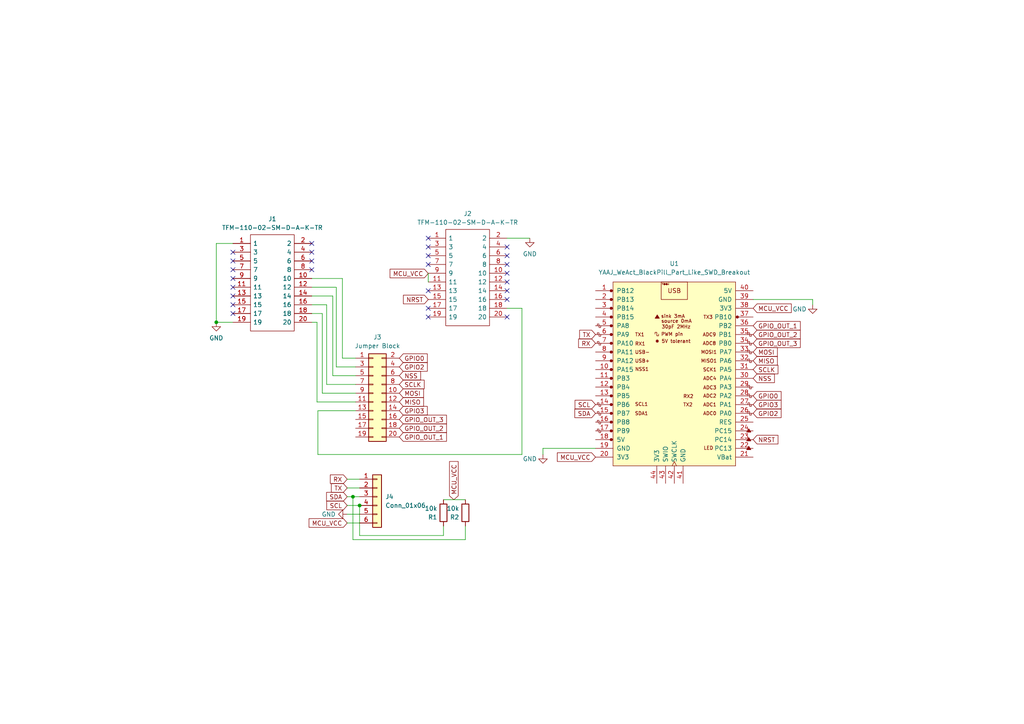
<source format=kicad_sch>
(kicad_sch (version 20211123) (generator eeschema)
  (paper "A4")
  (lib_symbols
    (symbol "Connector_Generic:Conn_01x06" (pin_names (offset 1.016) hide)
      (property "Reference" "J" (at 0 7.62 0))
      (property "Value" "Conn_01x06" (at 0 -10.16 0))
      (symbol "Conn_01x06_1_1"
        (rectangle (start -1.27 -7.493) (end 0 -7.747) (stroke (width 0.1524)))
        (rectangle (start -1.27 -4.953) (end 0 -5.207) (stroke (width 0.1524)))
        (rectangle (start -1.27 -2.413) (end 0 -2.667) (stroke (width 0.1524)))
        (rectangle (start -1.27 0.127) (end 0 -0.127) (stroke (width 0.1524)))
        (rectangle (start -1.27 2.667) (end 0 2.413) (stroke (width 0.1524)))
        (rectangle (start -1.27 5.207) (end 0 4.953) (stroke (width 0.1524)))
        (rectangle (start -1.27 6.35) (end 1.27 -8.89) (stroke (width 0.254)) (fill (type background)))
        (pin passive line (at -5.08 5.08 0) (length 3.81) (name "Pin_1") (number "1"))
        (pin passive line (at -5.08 2.54 0) (length 3.81) (name "Pin_2") (number "2"))
        (pin passive line (at -5.08 0 0) (length 3.81) (name "Pin_3") (number "3"))
        (pin passive line (at -5.08 -2.54 0) (length 3.81) (name "Pin_4") (number "4"))
        (pin passive line (at -5.08 -5.08 0) (length 3.81) (name "Pin_5") (number "5"))
        (pin passive line (at -5.08 -7.62 0) (length 3.81) (name "Pin_6") (number "6"))
      )
    )
    (symbol "Connector_Generic:Conn_02x10_Odd_Even" (pin_names (offset 1.016) hide)
      (property "Reference" "J" (at 1.27 12.7 0))
      (property "Value" "Conn_02x10_Odd_Even" (at 1.27 -15.24 0))
      (symbol "Conn_02x10_Odd_Even_1_1"
        (rectangle (start -1.27 -12.573) (end 0 -12.827) (stroke (width 0.1524)))
        (rectangle (start -1.27 -10.033) (end 0 -10.287) (stroke (width 0.1524)))
        (rectangle (start -1.27 -7.493) (end 0 -7.747) (stroke (width 0.1524)))
        (rectangle (start -1.27 -4.953) (end 0 -5.207) (stroke (width 0.1524)))
        (rectangle (start -1.27 -2.413) (end 0 -2.667) (stroke (width 0.1524)))
        (rectangle (start -1.27 0.127) (end 0 -0.127) (stroke (width 0.1524)))
        (rectangle (start -1.27 2.667) (end 0 2.413) (stroke (width 0.1524)))
        (rectangle (start -1.27 5.207) (end 0 4.953) (stroke (width 0.1524)))
        (rectangle (start -1.27 7.747) (end 0 7.493) (stroke (width 0.1524)))
        (rectangle (start -1.27 10.287) (end 0 10.033) (stroke (width 0.1524)))
        (rectangle (start -1.27 11.43) (end 3.81 -13.97) (stroke (width 0.254)) (fill (type background)))
        (rectangle (start 3.81 -12.573) (end 2.54 -12.827) (stroke (width 0.1524)))
        (rectangle (start 3.81 -10.033) (end 2.54 -10.287) (stroke (width 0.1524)))
        (rectangle (start 3.81 -7.493) (end 2.54 -7.747) (stroke (width 0.1524)))
        (rectangle (start 3.81 -4.953) (end 2.54 -5.207) (stroke (width 0.1524)))
        (rectangle (start 3.81 -2.413) (end 2.54 -2.667) (stroke (width 0.1524)))
        (rectangle (start 3.81 0.127) (end 2.54 -0.127) (stroke (width 0.1524)))
        (rectangle (start 3.81 2.667) (end 2.54 2.413) (stroke (width 0.1524)))
        (rectangle (start 3.81 5.207) (end 2.54 4.953) (stroke (width 0.1524)))
        (rectangle (start 3.81 7.747) (end 2.54 7.493) (stroke (width 0.1524)))
        (rectangle (start 3.81 10.287) (end 2.54 10.033) (stroke (width 0.1524)))
        (pin passive line (at -5.08 10.16 0) (length 3.81) (name "Pin_1") (number "1"))
        (pin passive line (at 7.62 0 180) (length 3.81) (name "Pin_10") (number "10"))
        (pin passive line (at -5.08 -2.54 0) (length 3.81) (name "Pin_11") (number "11"))
        (pin passive line (at 7.62 -2.54 180) (length 3.81) (name "Pin_12") (number "12"))
        (pin passive line (at -5.08 -5.08 0) (length 3.81) (name "Pin_13") (number "13"))
        (pin passive line (at 7.62 -5.08 180) (length 3.81) (name "Pin_14") (number "14"))
        (pin passive line (at -5.08 -7.62 0) (length 3.81) (name "Pin_15") (number "15"))
        (pin passive line (at 7.62 -7.62 180) (length 3.81) (name "Pin_16") (number "16"))
        (pin passive line (at -5.08 -10.16 0) (length 3.81) (name "Pin_17") (number "17"))
        (pin passive line (at 7.62 -10.16 180) (length 3.81) (name "Pin_18") (number "18"))
        (pin passive line (at -5.08 -12.7 0) (length 3.81) (name "Pin_19") (number "19"))
        (pin passive line (at 7.62 10.16 180) (length 3.81) (name "Pin_2") (number "2"))
        (pin passive line (at 7.62 -12.7 180) (length 3.81) (name "Pin_20") (number "20"))
        (pin passive line (at -5.08 7.62 0) (length 3.81) (name "Pin_3") (number "3"))
        (pin passive line (at 7.62 7.62 180) (length 3.81) (name "Pin_4") (number "4"))
        (pin passive line (at -5.08 5.08 0) (length 3.81) (name "Pin_5") (number "5"))
        (pin passive line (at 7.62 5.08 180) (length 3.81) (name "Pin_6") (number "6"))
        (pin passive line (at -5.08 2.54 0) (length 3.81) (name "Pin_7") (number "7"))
        (pin passive line (at 7.62 2.54 180) (length 3.81) (name "Pin_8") (number "8"))
        (pin passive line (at -5.08 0 0) (length 3.81) (name "Pin_9") (number "9"))
      )
    )
    (symbol "Device:R" (pin_numbers hide) (pin_names (offset 0))
      (property "Reference" "R" (at 2.032 0 90))
      (property "Value" "R" (at 0 0 90))
      (symbol "R_0_1"
        (rectangle (start -1.016 -2.54) (end 1.016 2.54) (stroke (width 0.254)))
      )
      (symbol "R_1_1"
        (pin passive line (at 0 3.81 270) (length 1.27) (name "~") (number "1"))
        (pin passive line (at 0 -3.81 90) (length 1.27) (name "~") (number "2"))
      )
    )
    (symbol "SamacSys_Parts:TFM-110-02-SM-D-A-K-TR" (pin_names (offset 0.762))
      (property "Reference" "J" (at 19.05 7.62 0))
      (property "Value" "TFM-110-02-SM-D-A-K-TR" (at 19.05 5.08 0))
      (symbol "TFM-110-02-SM-D-A-K-TR_0_0"
        (pin passive line (at 0 0 0) (length 5.08) (name "1") (number "1"))
        (pin passive line (at 22.86 -10.16 180) (length 5.08) (name "10") (number "10"))
        (pin passive line (at 0 -12.7 0) (length 5.08) (name "11") (number "11"))
        (pin passive line (at 22.86 -12.7 180) (length 5.08) (name "12") (number "12"))
        (pin passive line (at 0 -15.24 0) (length 5.08) (name "13") (number "13"))
        (pin passive line (at 22.86 -15.24 180) (length 5.08) (name "14") (number "14"))
        (pin passive line (at 0 -17.78 0) (length 5.08) (name "15") (number "15"))
        (pin passive line (at 22.86 -17.78 180) (length 5.08) (name "16") (number "16"))
        (pin passive line (at 0 -20.32 0) (length 5.08) (name "17") (number "17"))
        (pin passive line (at 22.86 -20.32 180) (length 5.08) (name "18") (number "18"))
        (pin passive line (at 0 -22.86 0) (length 5.08) (name "19") (number "19"))
        (pin passive line (at 22.86 0 180) (length 5.08) (name "2") (number "2"))
        (pin passive line (at 22.86 -22.86 180) (length 5.08) (name "20") (number "20"))
        (pin passive line (at 0 -2.54 0) (length 5.08) (name "3") (number "3"))
        (pin passive line (at 22.86 -2.54 180) (length 5.08) (name "4") (number "4"))
        (pin passive line (at 0 -5.08 0) (length 5.08) (name "5") (number "5"))
        (pin passive line (at 22.86 -5.08 180) (length 5.08) (name "6") (number "6"))
        (pin passive line (at 0 -7.62 0) (length 5.08) (name "7") (number "7"))
        (pin passive line (at 22.86 -7.62 180) (length 5.08) (name "8") (number "8"))
        (pin passive line (at 0 -10.16 0) (length 5.08) (name "9") (number "9"))
      )
      (symbol "TFM-110-02-SM-D-A-K-TR_0_1"
        (polyline (pts (xy 5.08 2.54) (xy 17.78 2.54) (xy 17.78 -25.4) (xy 5.08 -25.4) (xy 5.08 2.54)) (stroke (width 0.1524)))
      )
    )
    (symbol "YAAJ_WeAct_BlackPill_Part_Like_SWD_Breakout:YAAJ_WeAct_BlackPill_Part_Like_SWD_Breakout" (pin_names (offset 1.016))
      (property "Reference" "U" (at -17.526 27.94 0))
      (property "Value" "YAAJ_WeAct_BlackPill_Part_Like_SWD_Breakout" (at 9.144 27.94 0))
      (symbol "YAAJ_WeAct_BlackPill_Part_Like_SWD_Breakout_0_0"
        (circle (center -18.288 -20.32) (radius 0.3556) (fill (type outline)))
        (circle (center -18.288 -17.78) (radius 0.3556) (fill (type outline)))
        (circle (center -18.288 -15.24) (radius 0.3556) (fill (type outline)))
        (circle (center -18.288 -12.7) (radius 0.3556) (fill (type outline)))
        (circle (center -18.288 -10.16) (radius 0.3556) (fill (type outline)))
        (circle (center -18.288 -7.62) (radius 0.3556) (fill (type outline)))
        (circle (center -18.288 -5.08) (radius 0.3556) (fill (type outline)))
        (circle (center -18.288 -2.54) (radius 0.3556) (fill (type outline)))
        (circle (center -18.288 0) (radius 0.3556) (fill (type outline)))
        (circle (center -18.288 2.54) (radius 0.3556) (fill (type outline)))
        (circle (center -18.288 5.08) (radius 0.3556) (fill (type outline)))
        (circle (center -18.288 7.62) (radius 0.3556) (fill (type outline)))
        (circle (center -18.288 10.16) (radius 0.3556) (fill (type outline)))
        (circle (center -18.288 12.7) (radius 0.3556) (fill (type outline)))
        (circle (center -18.288 15.24) (radius 0.3556) (fill (type outline)))
        (circle (center -18.288 17.78) (radius 0.3556) (fill (type outline)))
        (circle (center -18.288 22.86) (radius 0.3556) (fill (type outline)))
        (circle (center -4.953 8.255) (radius 0.127) (fill (type outline)))
        (circle (center -4.953 8.255) (radius 0.254))
        (circle (center -4.953 8.255) (radius 0.3556))
        (polyline (pts (xy -5.588 14.859) (xy -4.953 15.875) (xy -4.318 14.859) (xy -5.588 14.859) (xy -4.953 15.748) (xy -4.445 14.859) (xy -5.461 14.986) (xy -4.953 15.621) (xy -4.572 14.859) (xy -5.334 15.113) (xy -4.826 15.494) (xy -4.699 14.859) (xy -5.207 15.24) (xy -4.699 15.367) (xy -4.826 14.986) (xy -5.08 15.24) (xy -4.826 15.113) (xy -4.953 15.367)))
        (polyline (pts (xy 20.955 -23.241) (xy 21.59 -22.225) (xy 22.225 -23.241) (xy 20.955 -23.241) (xy 21.59 -22.352) (xy 22.098 -23.241) (xy 21.082 -23.114) (xy 21.59 -22.479) (xy 21.971 -23.241) (xy 21.209 -22.987) (xy 21.717 -22.606) (xy 21.844 -23.241) (xy 21.336 -22.86) (xy 21.844 -22.733) (xy 21.717 -23.114) (xy 21.463 -22.86) (xy 21.717 -22.987) (xy 21.59 -22.733)))
        (polyline (pts (xy 20.955 -20.701) (xy 21.59 -19.685) (xy 22.225 -20.701) (xy 20.955 -20.701) (xy 21.59 -19.812) (xy 22.098 -20.701) (xy 21.082 -20.574) (xy 21.59 -19.939) (xy 21.971 -20.701) (xy 21.209 -20.447) (xy 21.717 -20.066) (xy 21.844 -20.701) (xy 21.336 -20.32) (xy 21.844 -20.193) (xy 21.717 -20.574) (xy 21.463 -20.32) (xy 21.717 -20.447) (xy 21.59 -20.193)))
        (polyline (pts (xy 20.955 -18.161) (xy 21.59 -17.145) (xy 22.225 -18.161) (xy 20.955 -18.161) (xy 21.59 -17.272) (xy 22.098 -18.161) (xy 21.082 -18.034) (xy 21.59 -17.399) (xy 21.971 -18.161) (xy 21.209 -17.907) (xy 21.717 -17.526) (xy 21.844 -18.161) (xy 21.336 -17.78) (xy 21.844 -17.653) (xy 21.717 -18.034) (xy 21.463 -17.78) (xy 21.717 -17.907) (xy 21.59 -17.653)))
        (circle (center 18.288 15.24) (radius 0.254) (fill (type outline)))
        (circle (center 18.288 15.24) (radius 0.3556))
        (text "30pF 2MHz" (at 0.508 12.446 0) (effects (font (size 0.9906 0.9906))))
        (text "5V tolerant" (at 0.508 8.255 0) (effects (font (size 0.9906 0.9906))))
        (text "ADC0" (at 10.287 -12.7 0) (effects (font (size 0.9906 0.9906))))
        (text "ADC1" (at 10.287 -10.16 0) (effects (font (size 0.9906 0.9906))))
        (text "ADC2" (at 10.287 -7.62 0) (effects (font (size 0.9906 0.9906))))
        (text "ADC3" (at 10.287 -5.207 0) (effects (font (size 0.9906 0.9906))))
        (text "ADC4" (at 10.287 -2.54 0) (effects (font (size 0.9906 0.9906))))
        (text "ADC8" (at 10.16 7.62 0) (effects (font (size 0.9906 0.9906))))
        (text "ADC9" (at 10.16 10.16 0) (effects (font (size 0.9906 0.9906))))
        (text "LED" (at 9.906 -22.733 0) (effects (font (size 0.9906 0.9906))))
        (text "MISO1" (at 10.033 2.54 0) (effects (font (size 0.9906 0.9906))))
        (text "MOSI1" (at 10.033 5.08 0) (effects (font (size 0.9906 0.9906))))
        (text "NSS1" (at -9.398 0.127 0) (effects (font (size 0.9906 0.9906))))
        (text "PWM pin" (at -0.635 10.287 0) (effects (font (size 0.9906 0.9906))))
        (text "RX1" (at -9.906 7.493 0) (effects (font (size 0.9906 0.9906))))
        (text "RX2" (at 4.064 -7.747 0) (effects (font (size 0.9906 0.9906))))
        (text "SCK1" (at 10.287 0 0) (effects (font (size 0.9906 0.9906))))
        (text "SCL1" (at -9.525 -10.033 0) (effects (font (size 0.9906 0.9906))))
        (text "SDA1" (at -9.525 -12.7 0) (effects (font (size 0.9906 0.9906))))
        (text "sink 3mA" (at -0.381 15.494 0) (effects (font (size 0.9906 0.9906))))
        (text "source 0mA" (at 0.635 14.097 0) (effects (font (size 0.9906 0.9906))))
        (text "TX1" (at -10.033 10.16 0) (effects (font (size 0.9906 0.9906))))
        (text "TX2" (at 3.937 -10.16 0) (effects (font (size 0.9906 0.9906))))
        (text "TX3" (at 9.779 15.24 0) (effects (font (size 0.9906 0.9906))))
        (text "USB" (at 0 22.86 0) (effects (font (size 1.27 1.27))))
        (text "USB+" (at -9.271 2.54 0) (effects (font (size 0.9906 0.9906))))
        (text "USB-" (at -9.271 5.08 0) (effects (font (size 0.9906 0.9906))))
        (text "Y@@J" (at -2.5654 24.8412 0) (effects (font (size 0.508 0.508))))
      )
      (symbol "YAAJ_WeAct_BlackPill_Part_Like_SWD_Breakout_0_1"
        (rectangle (start -17.78 25.4) (end 17.78 -27.94) (fill (type background)))
        (polyline (pts (xy -21.336 -17.78) (xy -21.336 -18.288) (xy -21.844 -18.288) (xy -21.844 -17.272) (xy -22.352 -17.272) (xy -22.352 -17.78)))
        (polyline (pts (xy -21.336 -15.24) (xy -21.336 -15.748) (xy -21.844 -15.748) (xy -21.844 -14.732) (xy -22.352 -14.732) (xy -22.352 -15.24)))
        (polyline (pts (xy -21.336 -12.7) (xy -21.336 -13.208) (xy -21.844 -13.208) (xy -21.844 -12.192) (xy -22.352 -12.192) (xy -22.352 -12.7)))
        (polyline (pts (xy -21.336 -10.16) (xy -21.336 -10.668) (xy -21.844 -10.668) (xy -21.844 -9.652) (xy -22.352 -9.652) (xy -22.352 -10.16)))
        (polyline (pts (xy -21.336 7.62) (xy -21.336 7.112) (xy -21.844 7.112) (xy -21.844 8.128) (xy -22.352 8.128) (xy -22.352 7.62)))
        (polyline (pts (xy -21.336 10.16) (xy -21.336 9.652) (xy -21.844 9.652) (xy -21.844 10.668) (xy -22.352 10.668) (xy -22.352 10.16)))
        (polyline (pts (xy -21.336 12.7) (xy -21.336 12.192) (xy -21.844 12.192) (xy -21.844 13.208) (xy -22.352 13.208) (xy -22.352 12.7)))
        (polyline (pts (xy -4.572 10.287) (xy -4.572 9.779) (xy -5.08 9.779) (xy -5.08 10.795) (xy -5.588 10.795) (xy -5.588 10.287)))
        (polyline (pts (xy 22.352 -12.7) (xy 22.352 -13.208) (xy 21.844 -13.208) (xy 21.844 -12.192) (xy 21.336 -12.192) (xy 21.336 -12.7)))
        (polyline (pts (xy 22.352 -10.16) (xy 22.352 -10.668) (xy 21.844 -10.668) (xy 21.844 -9.652) (xy 21.336 -9.652) (xy 21.336 -10.16)))
        (polyline (pts (xy 22.352 -7.62) (xy 22.352 -8.128) (xy 21.844 -8.128) (xy 21.844 -7.112) (xy 21.336 -7.112) (xy 21.336 -7.62)))
        (polyline (pts (xy 22.352 -5.08) (xy 22.352 -5.588) (xy 21.844 -5.588) (xy 21.844 -4.572) (xy 21.336 -4.572) (xy 21.336 -5.08)))
        (polyline (pts (xy 22.352 2.54) (xy 22.352 2.032) (xy 21.844 2.032) (xy 21.844 3.048) (xy 21.336 3.048) (xy 21.336 2.54)))
        (polyline (pts (xy 22.352 5.08) (xy 22.352 4.572) (xy 21.844 4.572) (xy 21.844 5.588) (xy 21.336 5.588) (xy 21.336 5.08)))
        (polyline (pts (xy 22.352 7.62) (xy 22.352 7.112) (xy 21.844 7.112) (xy 21.844 8.128) (xy 21.336 8.128) (xy 21.336 7.62)))
        (polyline (pts (xy 22.352 10.16) (xy 22.352 9.652) (xy 21.844 9.652) (xy 21.844 10.668) (xy 21.336 10.668) (xy 21.336 10.16)))
        (rectangle (start 3.81 25.4) (end -3.81 20.32))
      )
      (symbol "YAAJ_WeAct_BlackPill_Part_Like_SWD_Breakout_1_1"
        (circle (center -18.288 20.32) (radius 0.3556) (fill (type outline)))
        (pin bidirectional line (at -22.86 22.86 0) (length 5.08) (name "PB12") (number "1"))
        (pin bidirectional line (at -22.86 0 0) (length 5.08) (name "PA15") (number "10"))
        (pin bidirectional line (at -22.86 -2.54 0) (length 5.08) (name "PB3") (number "11"))
        (pin bidirectional line (at -22.86 -5.08 0) (length 5.08) (name "PB4") (number "12"))
        (pin bidirectional line (at -22.86 -7.62 0) (length 5.08) (name "PB5") (number "13"))
        (pin bidirectional line (at -22.86 -10.16 0) (length 5.08) (name "PB6") (number "14"))
        (pin bidirectional line (at -22.86 -12.7 0) (length 5.08) (name "PB7") (number "15"))
        (pin bidirectional line (at -22.86 -15.24 0) (length 5.08) (name "PB8") (number "16"))
        (pin bidirectional line (at -22.86 -17.78 0) (length 5.08) (name "PB9") (number "17"))
        (pin power_in line (at -22.86 -20.32 0) (length 5.08) (name "5V") (number "18"))
        (pin power_in line (at -22.86 -22.86 0) (length 5.08) (name "GND") (number "19"))
        (pin bidirectional line (at -22.86 20.32 0) (length 5.08) (name "PB13") (number "2"))
        (pin power_in line (at -22.86 -25.4 0) (length 5.08) (name "3V3") (number "20"))
        (pin power_in line (at 22.86 -25.4 180) (length 5.08) (name "VBat") (number "21"))
        (pin bidirectional line (at 22.86 -22.86 180) (length 5.08) (name "PC13") (number "22"))
        (pin bidirectional line (at 22.86 -20.32 180) (length 5.08) (name "PC14") (number "23"))
        (pin bidirectional line (at 22.86 -17.78 180) (length 5.08) (name "PC15") (number "24"))
        (pin input line (at 22.86 -15.24 180) (length 5.08) (name "RES") (number "25"))
        (pin bidirectional line (at 22.86 -12.7 180) (length 5.08) (name "PA0") (number "26"))
        (pin bidirectional line (at 22.86 -10.16 180) (length 5.08) (name "PA1") (number "27"))
        (pin bidirectional line (at 22.86 -7.62 180) (length 5.08) (name "PA2") (number "28"))
        (pin bidirectional line (at 22.86 -5.08 180) (length 5.08) (name "PA3") (number "29"))
        (pin bidirectional line (at -22.86 17.78 0) (length 5.08) (name "PB14") (number "3"))
        (pin bidirectional line (at 22.86 -2.54 180) (length 5.08) (name "PA4") (number "30"))
        (pin bidirectional line (at 22.86 0 180) (length 5.08) (name "PA5") (number "31"))
        (pin bidirectional line (at 22.86 2.54 180) (length 5.08) (name "PA6") (number "32"))
        (pin bidirectional line (at 22.86 5.08 180) (length 5.08) (name "PA7") (number "33"))
        (pin bidirectional line (at 22.86 7.62 180) (length 5.08) (name "PB0") (number "34"))
        (pin bidirectional line (at 22.86 10.16 180) (length 5.08) (name "PB1") (number "35"))
        (pin bidirectional line (at 22.86 12.7 180) (length 5.08) (name "PB2") (number "36"))
        (pin bidirectional line (at 22.86 15.24 180) (length 5.08) (name "PB10") (number "37"))
        (pin power_in line (at 22.86 17.78 180) (length 5.08) (name "3V3") (number "38"))
        (pin power_in line (at 22.86 20.32 180) (length 5.08) (name "GND") (number "39"))
        (pin bidirectional line (at -22.86 15.24 0) (length 5.08) (name "PB15") (number "4"))
        (pin power_in line (at 22.86 22.86 180) (length 5.08) (name "5V") (number "40"))
        (pin power_in line (at 2.54 -33.02 90) (length 5.08) (name "GND") (number "41"))
        (pin bidirectional clock (at 0 -33.02 90) (length 5.08) (name "SWCLK") (number "42"))
        (pin bidirectional line (at -2.54 -33.02 90) (length 5.08) (name "SWIO") (number "43"))
        (pin power_in line (at -5.08 -33.02 90) (length 5.08) (name "3V3") (number "44"))
        (pin bidirectional line (at -22.86 12.7 0) (length 5.08) (name "PA8") (number "5"))
        (pin bidirectional line (at -22.86 10.16 0) (length 5.08) (name "PA9") (number "6"))
        (pin bidirectional line (at -22.86 7.62 0) (length 5.08) (name "PA10") (number "7"))
        (pin bidirectional line (at -22.86 5.08 0) (length 5.08) (name "PA11") (number "8"))
        (pin bidirectional line (at -22.86 2.54 0) (length 5.08) (name "PA12") (number "9"))
      )
    )
    (symbol "power:GND" (power) (pin_names (offset 0))
      (property "Value" "GND" (at 0 -3.81 0))
      (symbol "GND_0_1"
        (polyline (pts (xy 0 0) (xy 0 -1.27) (xy 1.27 -1.27) (xy 0 -2.54) (xy -1.27 -1.27) (xy 0 -1.27)))
      )
      (symbol "GND_1_1"
        (pin power_in line (at 0 0 270) (length 0) hide (name "GND") (number "1"))
      )
    )
  )
  (junction (at 104.2924 146.6088))
  (junction (at 62.738 93.472))
  (junction (at 102.366 144.0688))
  (no_connect (at 147.066 79.248))
  (no_connect (at 147.066 76.708))
  (no_connect (at 147.066 74.168))
  (no_connect (at 147.066 71.628))
  (no_connect (at 147.066 84.328))
  (no_connect (at 147.066 81.788))
  (no_connect (at 90.424 70.612))
  (no_connect (at 90.424 73.152))
  (no_connect (at 90.424 75.692))
  (no_connect (at 90.424 78.232))
  (no_connect (at 67.564 73.152))
  (no_connect (at 67.564 75.692))
  (no_connect (at 67.564 78.232))
  (no_connect (at 67.564 80.772))
  (no_connect (at 67.564 83.312))
  (no_connect (at 67.564 85.852))
  (no_connect (at 67.564 88.392))
  (no_connect (at 67.564 90.932))
  (no_connect (at 124.206 84.328))
  (no_connect (at 124.206 89.408))
  (no_connect (at 124.206 91.948))
  (no_connect (at 147.066 91.948))
  (no_connect (at 124.206 69.088))
  (no_connect (at 124.206 71.628))
  (no_connect (at 124.206 74.168))
  (no_connect (at 124.206 76.708))
  (no_connect (at 147.066 86.868))
  (wire (pts (xy 90.424 93.472) (xy 91.948 93.472)))
  (wire (pts (xy 91.948 93.472) (xy 91.948 116.586)))
  (wire (pts (xy 147.066 69.088) (xy 153.67 69.088)))
  (wire (pts (xy 90.424 90.932) (xy 93.472 90.932)))
  (wire (pts (xy 92.202 131.826) (xy 92.202 119.126)))
  (wire (pts (xy 100.711 141.5288) (xy 104.2924 141.5288)))
  (wire (pts (xy 100.711 146.6088) (xy 104.2924 146.6088)))
  (wire (pts (xy 91.948 116.586) (xy 103.124 116.586)))
  (wire (pts (xy 147.066 89.408) (xy 151.384 89.408)))
  (wire (pts (xy 90.424 88.392) (xy 94.742 88.392)))
  (wire (pts (xy 97.536 106.426) (xy 103.124 106.426)))
  (wire (pts (xy 100.711 151.6888) (xy 104.2924 151.6888)))
  (wire (pts (xy 93.472 90.932) (xy 93.472 114.046)))
  (wire (pts (xy 62.738 70.612) (xy 62.738 93.472)))
  (wire (pts (xy 97.536 83.312) (xy 97.536 106.426)))
  (wire (pts (xy 90.424 80.772) (xy 99.314 80.772)))
  (wire (pts (xy 90.424 83.312) (xy 97.536 83.312)))
  (wire (pts (xy 235.712 86.868) (xy 218.44 86.868)))
  (wire (pts (xy 90.424 85.852) (xy 96.52 85.852)))
  (wire (pts (xy 67.564 70.612) (xy 62.738 70.612)))
  (wire (pts (xy 94.742 88.392) (xy 94.742 111.506)))
  (wire (pts (xy 134.9756 156.5148) (xy 134.9756 152.5524)))
  (wire (pts (xy 157.48 131.826) (xy 157.48 130.048)))
  (wire (pts (xy 99.314 80.772) (xy 99.314 103.886)))
  (wire (pts (xy 128.6256 144.9324) (xy 134.9756 144.9324)))
  (wire (pts (xy 99.314 103.886) (xy 103.124 103.886)))
  (wire (pts (xy 151.384 89.408) (xy 151.384 131.826)))
  (wire (pts (xy 96.52 108.966) (xy 103.124 108.966)))
  (wire (pts (xy 151.384 131.826) (xy 92.202 131.826)))
  (wire (pts (xy 124.206 79.248) (xy 124.206 81.788)))
  (wire (pts (xy 102.366 144.0688) (xy 104.2924 144.0688)))
  (wire (pts (xy 102.366 144.0688) (xy 102.366 156.5148)))
  (wire (pts (xy 92.202 119.126) (xy 103.124 119.126)))
  (wire (pts (xy 104.2924 155.321) (xy 128.6256 155.321)))
  (wire (pts (xy 62.738 93.472) (xy 67.564 93.472)))
  (wire (pts (xy 102.366 156.5148) (xy 134.9756 156.5148)))
  (wire (pts (xy 93.472 114.046) (xy 103.124 114.046)))
  (wire (pts (xy 100.711 149.1488) (xy 104.2924 149.1488)))
  (wire (pts (xy 100.711 138.9888) (xy 104.2924 138.9888)))
  (wire (pts (xy 104.2924 146.6088) (xy 104.2924 155.321)))
  (wire (pts (xy 157.48 130.048) (xy 172.72 130.048)))
  (wire (pts (xy 235.712 88.392) (xy 235.712 86.868)))
  (wire (pts (xy 96.52 85.852) (xy 96.52 108.966)))
  (wire (pts (xy 94.742 111.506) (xy 103.124 111.506)))
  (wire (pts (xy 100.711 144.0688) (xy 102.366 144.0688)))
  (wire (pts (xy 128.6256 155.321) (xy 128.6256 152.5524)))
  (global_label "SCLK" (shape input) (at 218.44 107.188 0) (property "Intersheet References" "${INTERSHEET_REFS}" (effects hide)))
  (global_label "SDA" (shape input) (at 100.711 144.0688 180) (property "Intersheet References" "${INTERSHEET_REFS}" (effects hide)))
  (global_label "GPIO_OUT_1" (shape input) (at 115.824 126.746 0) (property "Intersheet References" "${INTERSHEET_REFS}" (effects hide)))
  (global_label "TX" (shape input) (at 100.711 141.5288 180) (property "Intersheet References" "${INTERSHEET_REFS}" (effects hide)))
  (global_label "MOSI" (shape input) (at 115.824 114.046 0) (property "Intersheet References" "${INTERSHEET_REFS}" (effects hide)))
  (global_label "GPIO3" (shape input) (at 115.824 119.126 0) (property "Intersheet References" "${INTERSHEET_REFS}" (effects hide)))
  (global_label "MISO" (shape input) (at 115.824 116.586 0) (property "Intersheet References" "${INTERSHEET_REFS}" (effects hide)))
  (global_label "GPIO2" (shape input) (at 218.44 119.888 0) (property "Intersheet References" "${INTERSHEET_REFS}" (effects hide)))
  (global_label "GPIO_OUT_3" (shape input) (at 218.44 99.568 0) (property "Intersheet References" "${INTERSHEET_REFS}" (effects hide)))
  (global_label "NRST" (shape input) (at 124.206 86.868 180) (property "Intersheet References" "${INTERSHEET_REFS}" (effects hide)))
  (global_label "GPIO3" (shape input) (at 218.44 117.348 0) (property "Intersheet References" "${INTERSHEET_REFS}" (effects hide)))
  (global_label "GPIO2" (shape input) (at 115.824 106.426 0) (property "Intersheet References" "${INTERSHEET_REFS}" (effects hide)))
  (global_label "GPIO_OUT_2" (shape input) (at 218.44 97.028 0) (property "Intersheet References" "${INTERSHEET_REFS}" (effects hide)))
  (global_label "NRST" (shape input) (at 218.44 127.508 0) (property "Intersheet References" "${INTERSHEET_REFS}" (effects hide)))
  (global_label "GPIO_OUT_3" (shape input) (at 115.824 121.666 0) (property "Intersheet References" "${INTERSHEET_REFS}" (effects hide)))
  (global_label "MCU_VCC" (shape input) (at 172.72 132.588 180) (property "Intersheet References" "${INTERSHEET_REFS}" (effects hide)))
  (global_label "GPIO0" (shape input) (at 218.44 114.808 0) (property "Intersheet References" "${INTERSHEET_REFS}" (effects hide)))
  (global_label "MCU_VCC" (shape input) (at 100.711 151.6888 180) (property "Intersheet References" "${INTERSHEET_REFS}" (effects hide)))
  (global_label "SCL" (shape input) (at 172.72 117.348 180) (property "Intersheet References" "${INTERSHEET_REFS}" (effects hide)))
  (global_label "NSS" (shape input) (at 115.824 108.966 0) (property "Intersheet References" "${INTERSHEET_REFS}" (effects hide)))
  (global_label "MCU_VCC" (shape input) (at 124.206 79.3243 180) (property "Intersheet References" "${INTERSHEET_REFS}" (effects hide)))
  (global_label "SCLK" (shape input) (at 115.824 111.506 0) (property "Intersheet References" "${INTERSHEET_REFS}" (effects hide)))
  (global_label "SDA" (shape input) (at 172.72 119.888 180) (property "Intersheet References" "${INTERSHEET_REFS}" (effects hide)))
  (global_label "RX" (shape input) (at 100.711 138.9888 180) (property "Intersheet References" "${INTERSHEET_REFS}" (effects hide)))
  (global_label "MCU_VCC" (shape input) (at 218.44 89.408 0) (property "Intersheet References" "${INTERSHEET_REFS}" (effects hide)))
  (global_label "GPIO0" (shape input) (at 115.824 103.886 0) (property "Intersheet References" "${INTERSHEET_REFS}" (effects hide)))
  (global_label "NSS" (shape input) (at 218.44 109.728 0) (property "Intersheet References" "${INTERSHEET_REFS}" (effects hide)))
  (global_label "TX" (shape input) (at 172.72 97.028 180) (property "Intersheet References" "${INTERSHEET_REFS}" (effects hide)))
  (global_label "GPIO_OUT_1" (shape input) (at 218.44 94.488 0) (property "Intersheet References" "${INTERSHEET_REFS}" (effects hide)))
  (global_label "RX" (shape input) (at 172.72 99.568 180) (property "Intersheet References" "${INTERSHEET_REFS}" (effects hide)))
  (global_label "GPIO_OUT_2" (shape input) (at 115.824 124.206 0) (property "Intersheet References" "${INTERSHEET_REFS}" (effects hide)))
  (global_label "MOSI" (shape input) (at 218.44 102.108 0) (property "Intersheet References" "${INTERSHEET_REFS}" (effects hide)))
  (global_label "MISO" (shape input) (at 218.44 104.648 0) (property "Intersheet References" "${INTERSHEET_REFS}" (effects hide)))
  (global_label "MCU_VCC" (shape input) (at 131.6329 144.9324 90) (property "Intersheet References" "${INTERSHEET_REFS}" (effects hide)))
  (global_label "SCL" (shape input) (at 100.711 146.6088 180) (property "Intersheet References" "${INTERSHEET_REFS}" (effects hide)))
  (symbol (lib_id "power:GND") (at 153.67 69.088 0) (unit 1)
    (property "Reference" "#PWR0103" (effects hide))
    (property "Value" "GND" (at 153.67 73.66 0))
  )
  (symbol (lib_id "power:GND") (at 100.711 149.1488 270) (unit 1)
    (property "Reference" "#PWR0102" (effects hide))
    (property "Value" "GND" (at 95.3262 149.1742 90))
  )
  (symbol (lib_id "power:GND") (at 157.48 131.826 0) (unit 1)
    (property "Reference" "#PWR0108" (effects hide))
    (property "Value" "GND" (at 153.67 133.096 0))
  )
  (symbol (lib_id "power:GND") (at 235.712 88.392 0) (unit 1)
    (property "Reference" "#PWR0109" (effects hide))
    (property "Value" "GND" (at 231.902 89.662 0))
  )
  (symbol (lib_id "YAAJ_WeAct_BlackPill_Part_Like_SWD_Breakout:YAAJ_WeAct_BlackPill_Part_Like_SWD_Breakout") (at 195.58 107.188 0) (unit 1)
    (property "Reference" "U1" (at 195.58 76.454 0))
    (property "Value" "YAAJ_WeAct_BlackPill_Part_Like_SWD_Breakout" (at 195.58 78.994 0))
    (property "Footprint" "Kicad-STM32:YAAJ_WeAct_BlackPill_SWD_2" (effects hide))
  )
  (symbol (lib_id "Device:R") (at 128.6256 148.7424 180) (unit 1)
    (property "Reference" "R1" (at 126.8476 150.0125 0) (effects (justify left)))
    (property "Value" "10k" (at 126.8476 147.4725 0) (effects (justify left)))
    (property "Footprint" "Resistor_SMD:R_0402_1005Metric" (effects hide))
  )
  (symbol (lib_id "Device:R") (at 134.9756 148.7424 180) (unit 1)
    (property "Reference" "R2" (at 133.1976 150.0125 0) (effects (justify left)))
    (property "Value" "10k" (at 133.1976 147.4725 0) (effects (justify left)))
    (property "Footprint" "Resistor_SMD:R_0402_1005Metric" (effects hide))
  )
  (symbol (lib_id "Connector_Generic:Conn_02x10_Odd_Even") (at 108.204 114.046 0) (unit 1)
    (property "Reference" "J3" (at 109.474 97.79 0))
    (property "Value" "Jumper Block" (at 109.474 100.33 0))
    (property "Footprint" "Connector_PinHeader_2.54mm:PinHeader_2x10_P2.54mm_Vertical" (effects hide))
  )
  (symbol (lib_id "SamacSys_Parts:TFM-110-02-SM-D-A-K-TR") (at 124.206 69.088 0) (unit 1)
    (property "Reference" "J2" (at 135.636 61.976 0))
    (property "Value" "TFM-110-02-SM-D-A-K-TR" (at 135.636 64.516 0))
    (property "Footprint" "SamacSys_Parts:TFM-110-02-XXX-D-A-Y-TR" (effects hide))
    (property "Datasheet" "https://componentsearchengine.com/Datasheets/1/TFM-110-02-SM-D-A-K-TR.pdf" (effects hide))
    (property "Description" "20 Position, Dual Row, .050&quot; Tiger Eye&trade; High-Reliability Terminal Strip" (effects hide))
    (property "Height" "5.72" (effects hide))
    (property "Mouser Part Number" "200-TFM11002SMDAKTR" (effects hide))
    (property "Mouser Price/Stock" "https://www.mouser.com/Search/Refine.aspx?Keyword=200-TFM11002SMDAKTR" (effects hide))
    (property "Manufacturer_Name" "SAMTEC" (effects hide))
    (property "Manufacturer_Part_Number" "TFM-110-02-SM-D-A-K-TR" (effects hide))
  )
  (symbol (lib_id "Connector_Generic:Conn_01x06") (at 109.3724 144.0688 0) (unit 1)
    (property "Reference" "J4" (at 111.76 144.0687 0) (effects (justify left)))
    (property "Value" "Conn_01x06" (at 111.76 146.6087 0) (effects (justify left)))
    (property "Footprint" "Connector_PinHeader_2.54mm:PinHeader_1x06_P2.54mm_Vertical" (effects hide))
  )
  (symbol (lib_id "power:GND") (at 62.738 93.472 0) (unit 1)
    (property "Reference" "#PWR0101" (effects hide))
    (property "Value" "GND" (at 62.738 98.044 0))
  )
  (symbol (lib_id "SamacSys_Parts:TFM-110-02-SM-D-A-K-TR") (at 67.564 70.612 0) (unit 1)
    (property "Reference" "J1" (at 78.994 63.5 0))
    (property "Value" "TFM-110-02-SM-D-A-K-TR" (at 78.994 66.04 0))
    (property "Footprint" "SamacSys_Parts:TFM-110-02-XXX-D-A-Y-TR" (effects hide))
    (property "Datasheet" "https://componentsearchengine.com/Datasheets/1/TFM-110-02-SM-D-A-K-TR.pdf" (effects hide))
    (property "Description" "20 Position, Dual Row, .050&quot; Tiger Eye&trade; High-Reliability Terminal Strip" (effects hide))
    (property "Height" "5.72" (effects hide))
    (property "Mouser Part Number" "200-TFM11002SMDAKTR" (effects hide))
    (property "Mouser Price/Stock" "https://www.mouser.com/Search/Refine.aspx?Keyword=200-TFM11002SMDAKTR" (effects hide))
    (property "Manufacturer_Name" "SAMTEC" (effects hide))
    (property "Manufacturer_Part_Number" "TFM-110-02-SM-D-A-K-TR" (effects hide))
  )
)
</source>
